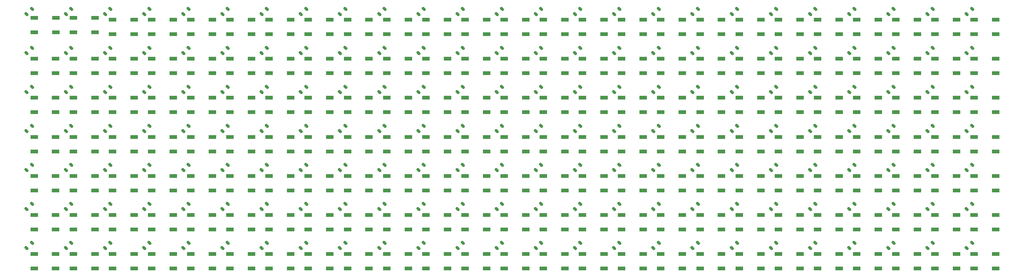
<source format=gtp>
%TF.GenerationSoftware,KiCad,Pcbnew,7.0.8*%
%TF.CreationDate,2023-11-11T14:32:32+05:30*%
%TF.ProjectId,DevBoard,44657642-6f61-4726-942e-6b696361645f,rev?*%
%TF.SameCoordinates,Original*%
%TF.FileFunction,Paste,Top*%
%TF.FilePolarity,Positive*%
%FSLAX46Y46*%
G04 Gerber Fmt 4.6, Leading zero omitted, Abs format (unit mm)*
G04 Created by KiCad (PCBNEW 7.0.8) date 2023-11-11 14:32:32*
%MOMM*%
%LPD*%
G01*
G04 APERTURE LIST*
G04 Aperture macros list*
%AMRoundRect*
0 Rectangle with rounded corners*
0 $1 Rounding radius*
0 $2 $3 $4 $5 $6 $7 $8 $9 X,Y pos of 4 corners*
0 Add a 4 corners polygon primitive as box body*
4,1,4,$2,$3,$4,$5,$6,$7,$8,$9,$2,$3,0*
0 Add four circle primitives for the rounded corners*
1,1,$1+$1,$2,$3*
1,1,$1+$1,$4,$5*
1,1,$1+$1,$6,$7*
1,1,$1+$1,$8,$9*
0 Add four rect primitives between the rounded corners*
20,1,$1+$1,$2,$3,$4,$5,0*
20,1,$1+$1,$4,$5,$6,$7,0*
20,1,$1+$1,$6,$7,$8,$9,0*
20,1,$1+$1,$8,$9,$2,$3,0*%
G04 Aperture macros list end*
%ADD10R,1.700000X0.900000*%
%ADD11RoundRect,0.158750X0.129047X-0.353553X0.353553X-0.129047X-0.129047X0.353553X-0.353553X0.129047X0*%
G04 APERTURE END LIST*
D10*
%TO.C,LED152*%
X108348800Y-170628400D03*
X108348800Y-173928400D03*
X113248800Y-173928400D03*
X113248800Y-170628400D03*
%TD*%
D11*
%TO.C,C148*%
X293547759Y-160417041D03*
X294749841Y-159214959D03*
%TD*%
%TO.C,C144*%
X257947759Y-160417041D03*
X259149841Y-159214959D03*
%TD*%
D10*
%TO.C,LED59*%
X170648800Y-135028400D03*
X170648800Y-138328400D03*
X175548800Y-138328400D03*
X175548800Y-135028400D03*
%TD*%
D11*
%TO.C,C30*%
X133347759Y-124817041D03*
X134549841Y-123614959D03*
%TD*%
D10*
%TO.C,LED111*%
X188448800Y-152828400D03*
X188448800Y-156128400D03*
X193348800Y-156128400D03*
X193348800Y-152828400D03*
%TD*%
%TO.C,LED87*%
X197348800Y-143928400D03*
X197348800Y-147228400D03*
X202248800Y-147228400D03*
X202248800Y-143928400D03*
%TD*%
%TO.C,LED70*%
X268548800Y-135028400D03*
X268548800Y-138328400D03*
X273448800Y-138328400D03*
X273448800Y-135028400D03*
%TD*%
%TO.C,LED8*%
X161748800Y-117228400D03*
X161748800Y-120528400D03*
X166648800Y-120528400D03*
X166648800Y-117228400D03*
%TD*%
D11*
%TO.C,C132*%
X151147759Y-160417041D03*
X152349841Y-159214959D03*
%TD*%
D10*
%TO.C,LED22*%
X286348800Y-117228400D03*
X286348800Y-120528400D03*
X291248800Y-120528400D03*
X291248800Y-117228400D03*
%TD*%
%TO.C,LED11*%
X188448800Y-117228400D03*
X188448800Y-120528400D03*
X193348800Y-120528400D03*
X193348800Y-117228400D03*
%TD*%
%TO.C,LED168*%
X250748800Y-170628400D03*
X250748800Y-173928400D03*
X255648800Y-173928400D03*
X255648800Y-170628400D03*
%TD*%
%TO.C,LED25*%
X313048800Y-117228400D03*
X313048800Y-120528400D03*
X317948800Y-120528400D03*
X317948800Y-117228400D03*
%TD*%
D11*
%TO.C,C150*%
X311347759Y-160417041D03*
X312549841Y-159214959D03*
%TD*%
%TO.C,C29*%
X124447759Y-124817041D03*
X125649841Y-123614959D03*
%TD*%
%TO.C,C131*%
X142247759Y-160417041D03*
X143449841Y-159214959D03*
%TD*%
D10*
%TO.C,LED66*%
X232948800Y-135028400D03*
X232948800Y-138328400D03*
X237848800Y-138328400D03*
X237848800Y-135028400D03*
%TD*%
D11*
%TO.C,C91*%
X231247759Y-142617041D03*
X232449841Y-141414959D03*
%TD*%
D10*
%TO.C,LED43*%
X250748800Y-126128400D03*
X250748800Y-129428400D03*
X255648800Y-129428400D03*
X255648800Y-126128400D03*
%TD*%
%TO.C,LED13*%
X206248800Y-117228400D03*
X206248800Y-120528400D03*
X211148800Y-120528400D03*
X211148800Y-117228400D03*
%TD*%
%TO.C,LED65*%
X224048800Y-135028400D03*
X224048800Y-138328400D03*
X228948800Y-138328400D03*
X228948800Y-135028400D03*
%TD*%
D11*
%TO.C,C80*%
X133347759Y-142617041D03*
X134549841Y-141414959D03*
%TD*%
D10*
%TO.C,LED44*%
X259648800Y-126128400D03*
X259648800Y-129428400D03*
X264548800Y-129428400D03*
X264548800Y-126128400D03*
%TD*%
D11*
%TO.C,C71*%
X275747759Y-133717041D03*
X276949841Y-132514959D03*
%TD*%
%TO.C,C96*%
X275747759Y-142617041D03*
X276949841Y-141414959D03*
%TD*%
D10*
%TO.C,LED150*%
X313048800Y-161728400D03*
X313048800Y-165028400D03*
X317948800Y-165028400D03*
X317948800Y-161728400D03*
%TD*%
D11*
%TO.C,C68*%
X249047759Y-133717041D03*
X250249841Y-132514959D03*
%TD*%
%TO.C,C125*%
X311347759Y-151517041D03*
X312549841Y-150314959D03*
%TD*%
%TO.C,C10*%
X177847759Y-115917041D03*
X179049841Y-114714959D03*
%TD*%
%TO.C,C55*%
X133347759Y-133717041D03*
X134549841Y-132514959D03*
%TD*%
%TO.C,C141*%
X231247759Y-160417041D03*
X232449841Y-159214959D03*
%TD*%
D10*
%TO.C,LED1*%
X99454800Y-116815600D03*
X99454800Y-120115600D03*
X104354800Y-120115600D03*
X104354800Y-116815600D03*
%TD*%
D11*
%TO.C,C124*%
X302447759Y-151517041D03*
X303649841Y-150314959D03*
%TD*%
%TO.C,C5*%
X133347759Y-115917041D03*
X134549841Y-114714959D03*
%TD*%
%TO.C,C3*%
X115547759Y-115917041D03*
X116749841Y-114714959D03*
%TD*%
%TO.C,C37*%
X195647759Y-124817041D03*
X196849841Y-123614959D03*
%TD*%
D10*
%TO.C,LED119*%
X259648800Y-152828400D03*
X259648800Y-156128400D03*
X264548800Y-156128400D03*
X264548800Y-152828400D03*
%TD*%
D11*
%TO.C,C151*%
X97747759Y-169317041D03*
X98949841Y-168114959D03*
%TD*%
D10*
%TO.C,LED6*%
X143948800Y-117228400D03*
X143948800Y-120528400D03*
X148848800Y-120528400D03*
X148848800Y-117228400D03*
%TD*%
D11*
%TO.C,C51*%
X97747759Y-133717041D03*
X98949841Y-132514959D03*
%TD*%
D10*
%TO.C,LED39*%
X215148800Y-126128400D03*
X215148800Y-129428400D03*
X220048800Y-129428400D03*
X220048800Y-126128400D03*
%TD*%
D11*
%TO.C,C76*%
X97747759Y-142617041D03*
X98949841Y-141414959D03*
%TD*%
D10*
%TO.C,LED55*%
X135048800Y-135028400D03*
X135048800Y-138328400D03*
X139948800Y-138328400D03*
X139948800Y-135028400D03*
%TD*%
D11*
%TO.C,C21*%
X275747759Y-115917041D03*
X276949841Y-114714959D03*
%TD*%
D10*
%TO.C,LED38*%
X206248800Y-126128400D03*
X206248800Y-129428400D03*
X211148800Y-129428400D03*
X211148800Y-126128400D03*
%TD*%
D11*
%TO.C,C59*%
X168947759Y-133717041D03*
X170149841Y-132514959D03*
%TD*%
%TO.C,C99*%
X302447759Y-142617041D03*
X303649841Y-141414959D03*
%TD*%
D10*
%TO.C,LED132*%
X152848800Y-161728400D03*
X152848800Y-165028400D03*
X157748800Y-165028400D03*
X157748800Y-161728400D03*
%TD*%
D11*
%TO.C,C52*%
X106647759Y-133717041D03*
X107849841Y-132514959D03*
%TD*%
%TO.C,C136*%
X186747759Y-160417041D03*
X187949841Y-159214959D03*
%TD*%
%TO.C,C156*%
X142247759Y-169317041D03*
X143449841Y-168114959D03*
%TD*%
%TO.C,C168*%
X249047759Y-169317041D03*
X250249841Y-168114959D03*
%TD*%
%TO.C,C90*%
X222347759Y-142617041D03*
X223549841Y-141414959D03*
%TD*%
D10*
%TO.C,LED139*%
X215148800Y-161728400D03*
X215148800Y-165028400D03*
X220048800Y-165028400D03*
X220048800Y-161728400D03*
%TD*%
%TO.C,LED74*%
X304148800Y-135028400D03*
X304148800Y-138328400D03*
X309048800Y-138328400D03*
X309048800Y-135028400D03*
%TD*%
D11*
%TO.C,C152*%
X106647759Y-169317041D03*
X107849841Y-168114959D03*
%TD*%
D10*
%TO.C,LED173*%
X295248800Y-170628400D03*
X295248800Y-173928400D03*
X300148800Y-173928400D03*
X300148800Y-170628400D03*
%TD*%
%TO.C,LED120*%
X268548800Y-152828400D03*
X268548800Y-156128400D03*
X273448800Y-156128400D03*
X273448800Y-152828400D03*
%TD*%
%TO.C,LED86*%
X188448800Y-143928400D03*
X188448800Y-147228400D03*
X193348800Y-147228400D03*
X193348800Y-143928400D03*
%TD*%
D11*
%TO.C,C143*%
X249047759Y-160417041D03*
X250249841Y-159214959D03*
%TD*%
%TO.C,C15*%
X222347759Y-115917041D03*
X223549841Y-114714959D03*
%TD*%
%TO.C,C93*%
X249047759Y-142617041D03*
X250249841Y-141414959D03*
%TD*%
D10*
%TO.C,LED10*%
X179548800Y-117228400D03*
X179548800Y-120528400D03*
X184448800Y-120528400D03*
X184448800Y-117228400D03*
%TD*%
%TO.C,LED32*%
X152848800Y-126128400D03*
X152848800Y-129428400D03*
X157748800Y-129428400D03*
X157748800Y-126128400D03*
%TD*%
%TO.C,LED107*%
X152848800Y-152828400D03*
X152848800Y-156128400D03*
X157748800Y-156128400D03*
X157748800Y-152828400D03*
%TD*%
%TO.C,LED20*%
X268548800Y-117228400D03*
X268548800Y-120528400D03*
X273448800Y-120528400D03*
X273448800Y-117228400D03*
%TD*%
%TO.C,LED92*%
X241848800Y-143928400D03*
X241848800Y-147228400D03*
X246748800Y-147228400D03*
X246748800Y-143928400D03*
%TD*%
D11*
%TO.C,C130*%
X133347759Y-160417041D03*
X134549841Y-159214959D03*
%TD*%
D10*
%TO.C,LED145*%
X268548800Y-161728400D03*
X268548800Y-165028400D03*
X273448800Y-165028400D03*
X273448800Y-161728400D03*
%TD*%
%TO.C,LED109*%
X170648800Y-152828400D03*
X170648800Y-156128400D03*
X175548800Y-156128400D03*
X175548800Y-152828400D03*
%TD*%
D11*
%TO.C,C56*%
X142247759Y-133717041D03*
X143449841Y-132514959D03*
%TD*%
D10*
%TO.C,LED155*%
X135048800Y-170628400D03*
X135048800Y-173928400D03*
X139948800Y-173928400D03*
X139948800Y-170628400D03*
%TD*%
D11*
%TO.C,C12*%
X195647759Y-115917041D03*
X196849841Y-114714959D03*
%TD*%
D10*
%TO.C,LED112*%
X197348800Y-152828400D03*
X197348800Y-156128400D03*
X202248800Y-156128400D03*
X202248800Y-152828400D03*
%TD*%
D11*
%TO.C,C160*%
X177847759Y-169317041D03*
X179049841Y-168114959D03*
%TD*%
%TO.C,C13*%
X204547759Y-115917041D03*
X205749841Y-114714959D03*
%TD*%
%TO.C,C25*%
X311347759Y-115917041D03*
X312549841Y-114714959D03*
%TD*%
%TO.C,C138*%
X204547759Y-160417041D03*
X205749841Y-159214959D03*
%TD*%
%TO.C,C32*%
X151147759Y-124817041D03*
X152349841Y-123614959D03*
%TD*%
%TO.C,C49*%
X302447759Y-124817041D03*
X303649841Y-123614959D03*
%TD*%
D10*
%TO.C,LED79*%
X126148800Y-143928400D03*
X126148800Y-147228400D03*
X131048800Y-147228400D03*
X131048800Y-143928400D03*
%TD*%
D11*
%TO.C,C116*%
X231247759Y-151517041D03*
X232449841Y-150314959D03*
%TD*%
%TO.C,C66*%
X231247759Y-133717041D03*
X232449841Y-132514959D03*
%TD*%
D10*
%TO.C,LED161*%
X188448800Y-170628400D03*
X188448800Y-173928400D03*
X193348800Y-173928400D03*
X193348800Y-170628400D03*
%TD*%
%TO.C,LED48*%
X295248800Y-126128400D03*
X295248800Y-129428400D03*
X300148800Y-129428400D03*
X300148800Y-126128400D03*
%TD*%
%TO.C,LED35*%
X179548800Y-126128400D03*
X179548800Y-129428400D03*
X184448800Y-129428400D03*
X184448800Y-126128400D03*
%TD*%
%TO.C,LED130*%
X135048800Y-161728400D03*
X135048800Y-165028400D03*
X139948800Y-165028400D03*
X139948800Y-161728400D03*
%TD*%
%TO.C,LED122*%
X286348800Y-152828400D03*
X286348800Y-156128400D03*
X291248800Y-156128400D03*
X291248800Y-152828400D03*
%TD*%
D11*
%TO.C,C83*%
X160047759Y-142617041D03*
X161249841Y-141414959D03*
%TD*%
%TO.C,C135*%
X177847759Y-160417041D03*
X179049841Y-159214959D03*
%TD*%
D10*
%TO.C,LED143*%
X250748800Y-161728400D03*
X250748800Y-165028400D03*
X255648800Y-165028400D03*
X255648800Y-161728400D03*
%TD*%
D11*
%TO.C,C22*%
X284647759Y-115917041D03*
X285849841Y-114714959D03*
%TD*%
%TO.C,C119*%
X257947759Y-151517041D03*
X259149841Y-150314959D03*
%TD*%
%TO.C,C67*%
X240147759Y-133717041D03*
X241349841Y-132514959D03*
%TD*%
D10*
%TO.C,LED149*%
X304148800Y-161728400D03*
X304148800Y-165028400D03*
X309048800Y-165028400D03*
X309048800Y-161728400D03*
%TD*%
D11*
%TO.C,C174*%
X302447759Y-169317041D03*
X303649841Y-168114959D03*
%TD*%
D10*
%TO.C,LED2*%
X108399600Y-116822000D03*
X108399600Y-120122000D03*
X113299600Y-120122000D03*
X113299600Y-116822000D03*
%TD*%
D11*
%TO.C,C122*%
X284647759Y-151517041D03*
X285849841Y-150314959D03*
%TD*%
D10*
%TO.C,LED28*%
X117248800Y-126128400D03*
X117248800Y-129428400D03*
X122148800Y-129428400D03*
X122148800Y-126128400D03*
%TD*%
%TO.C,LED146*%
X277448800Y-161728400D03*
X277448800Y-165028400D03*
X282348800Y-165028400D03*
X282348800Y-161728400D03*
%TD*%
D11*
%TO.C,C157*%
X151147759Y-169317041D03*
X152349841Y-168114959D03*
%TD*%
%TO.C,C74*%
X302447759Y-133717041D03*
X303649841Y-132514959D03*
%TD*%
D10*
%TO.C,LED52*%
X108348800Y-135028400D03*
X108348800Y-138328400D03*
X113248800Y-138328400D03*
X113248800Y-135028400D03*
%TD*%
D11*
%TO.C,C85*%
X177847759Y-142617041D03*
X179049841Y-141414959D03*
%TD*%
D10*
%TO.C,LED157*%
X152848800Y-170628400D03*
X152848800Y-173928400D03*
X157748800Y-173928400D03*
X157748800Y-170628400D03*
%TD*%
%TO.C,LED90*%
X224048800Y-143928400D03*
X224048800Y-147228400D03*
X228948800Y-147228400D03*
X228948800Y-143928400D03*
%TD*%
D11*
%TO.C,C147*%
X284647759Y-160417041D03*
X285849841Y-159214959D03*
%TD*%
D10*
%TO.C,LED15*%
X224048800Y-117228400D03*
X224048800Y-120528400D03*
X228948800Y-120528400D03*
X228948800Y-117228400D03*
%TD*%
%TO.C,LED108*%
X161748800Y-152828400D03*
X161748800Y-156128400D03*
X166648800Y-156128400D03*
X166648800Y-152828400D03*
%TD*%
D11*
%TO.C,C24*%
X302447759Y-115917041D03*
X303649841Y-114714959D03*
%TD*%
D10*
%TO.C,LED58*%
X161748800Y-135028400D03*
X161748800Y-138328400D03*
X166648800Y-138328400D03*
X166648800Y-135028400D03*
%TD*%
%TO.C,LED115*%
X224048800Y-152828400D03*
X224048800Y-156128400D03*
X228948800Y-156128400D03*
X228948800Y-152828400D03*
%TD*%
D11*
%TO.C,C75*%
X311347759Y-133717041D03*
X312549841Y-132514959D03*
%TD*%
%TO.C,C44*%
X257947759Y-124817041D03*
X259149841Y-123614959D03*
%TD*%
%TO.C,C123*%
X293547759Y-151517041D03*
X294749841Y-150314959D03*
%TD*%
%TO.C,C161*%
X186747759Y-169317041D03*
X187949841Y-168114959D03*
%TD*%
%TO.C,C45*%
X266847759Y-124817041D03*
X268049841Y-123614959D03*
%TD*%
%TO.C,C105*%
X133347759Y-151517041D03*
X134549841Y-150314959D03*
%TD*%
D10*
%TO.C,LED34*%
X170648800Y-126128400D03*
X170648800Y-129428400D03*
X175548800Y-129428400D03*
X175548800Y-126128400D03*
%TD*%
%TO.C,LED160*%
X179548800Y-170628400D03*
X179548800Y-173928400D03*
X184448800Y-173928400D03*
X184448800Y-170628400D03*
%TD*%
%TO.C,LED53*%
X117248800Y-135028400D03*
X117248800Y-138328400D03*
X122148800Y-138328400D03*
X122148800Y-135028400D03*
%TD*%
%TO.C,LED19*%
X259648800Y-117228400D03*
X259648800Y-120528400D03*
X264548800Y-120528400D03*
X264548800Y-117228400D03*
%TD*%
D11*
%TO.C,C158*%
X160047759Y-169317041D03*
X161249841Y-168114959D03*
%TD*%
%TO.C,C86*%
X186747759Y-142617041D03*
X187949841Y-141414959D03*
%TD*%
D10*
%TO.C,LED99*%
X304148800Y-143928400D03*
X304148800Y-147228400D03*
X309048800Y-147228400D03*
X309048800Y-143928400D03*
%TD*%
%TO.C,LED125*%
X313048800Y-152828400D03*
X313048800Y-156128400D03*
X317948800Y-156128400D03*
X317948800Y-152828400D03*
%TD*%
D11*
%TO.C,C127*%
X106647759Y-160417041D03*
X107849841Y-159214959D03*
%TD*%
%TO.C,C134*%
X168947759Y-160417041D03*
X170149841Y-159214959D03*
%TD*%
D10*
%TO.C,LED163*%
X206248800Y-170628400D03*
X206248800Y-173928400D03*
X211148800Y-173928400D03*
X211148800Y-170628400D03*
%TD*%
%TO.C,LED134*%
X170648800Y-161728400D03*
X170648800Y-165028400D03*
X175548800Y-165028400D03*
X175548800Y-161728400D03*
%TD*%
D11*
%TO.C,C41*%
X231247759Y-124817041D03*
X232449841Y-123614959D03*
%TD*%
D10*
%TO.C,LED67*%
X241848800Y-135028400D03*
X241848800Y-138328400D03*
X246748800Y-138328400D03*
X246748800Y-135028400D03*
%TD*%
D11*
%TO.C,C65*%
X222347759Y-133717041D03*
X223549841Y-132514959D03*
%TD*%
%TO.C,C42*%
X240147759Y-124817041D03*
X241349841Y-123614959D03*
%TD*%
%TO.C,C140*%
X222347759Y-160417041D03*
X223549841Y-159214959D03*
%TD*%
%TO.C,C142*%
X240147759Y-160417041D03*
X241349841Y-159214959D03*
%TD*%
D10*
%TO.C,LED116*%
X232948800Y-152828400D03*
X232948800Y-156128400D03*
X237848800Y-156128400D03*
X237848800Y-152828400D03*
%TD*%
%TO.C,LED75*%
X313048800Y-135028400D03*
X313048800Y-138328400D03*
X317948800Y-138328400D03*
X317948800Y-135028400D03*
%TD*%
D11*
%TO.C,C163*%
X204547759Y-169317041D03*
X205749841Y-168114959D03*
%TD*%
D10*
%TO.C,LED96*%
X277448800Y-143928400D03*
X277448800Y-147228400D03*
X282348800Y-147228400D03*
X282348800Y-143928400D03*
%TD*%
%TO.C,LED93*%
X250748800Y-143928400D03*
X250748800Y-147228400D03*
X255648800Y-147228400D03*
X255648800Y-143928400D03*
%TD*%
%TO.C,LED123*%
X295248800Y-152828400D03*
X295248800Y-156128400D03*
X300148800Y-156128400D03*
X300148800Y-152828400D03*
%TD*%
D11*
%TO.C,C94*%
X257947759Y-142617041D03*
X259149841Y-141414959D03*
%TD*%
D10*
%TO.C,LED5*%
X135048800Y-117228400D03*
X135048800Y-120528400D03*
X139948800Y-120528400D03*
X139948800Y-117228400D03*
%TD*%
%TO.C,LED37*%
X197348800Y-126128400D03*
X197348800Y-129428400D03*
X202248800Y-129428400D03*
X202248800Y-126128400D03*
%TD*%
%TO.C,LED33*%
X161748800Y-126128400D03*
X161748800Y-129428400D03*
X166648800Y-129428400D03*
X166648800Y-126128400D03*
%TD*%
D11*
%TO.C,C97*%
X284647759Y-142617041D03*
X285849841Y-141414959D03*
%TD*%
%TO.C,C19*%
X257947759Y-115917041D03*
X259149841Y-114714959D03*
%TD*%
%TO.C,C133*%
X160047759Y-160417041D03*
X161249841Y-159214959D03*
%TD*%
D10*
%TO.C,LED50*%
X313048800Y-126128400D03*
X313048800Y-129428400D03*
X317948800Y-129428400D03*
X317948800Y-126128400D03*
%TD*%
D11*
%TO.C,C70*%
X266847759Y-133717041D03*
X268049841Y-132514959D03*
%TD*%
D10*
%TO.C,LED47*%
X286348800Y-126128400D03*
X286348800Y-129428400D03*
X291248800Y-129428400D03*
X291248800Y-126128400D03*
%TD*%
D11*
%TO.C,C171*%
X275747759Y-169317041D03*
X276949841Y-168114959D03*
%TD*%
D10*
%TO.C,LED101*%
X99448800Y-152828400D03*
X99448800Y-156128400D03*
X104348800Y-156128400D03*
X104348800Y-152828400D03*
%TD*%
%TO.C,LED85*%
X179548800Y-143928400D03*
X179548800Y-147228400D03*
X184448800Y-147228400D03*
X184448800Y-143928400D03*
%TD*%
D11*
%TO.C,C4*%
X124447759Y-115917041D03*
X125649841Y-114714959D03*
%TD*%
%TO.C,C149*%
X302447759Y-160417041D03*
X303649841Y-159214959D03*
%TD*%
%TO.C,C169*%
X257947759Y-169317041D03*
X259149841Y-168114959D03*
%TD*%
D10*
%TO.C,LED56*%
X143948800Y-135028400D03*
X143948800Y-138328400D03*
X148848800Y-138328400D03*
X148848800Y-135028400D03*
%TD*%
D11*
%TO.C,C154*%
X124447759Y-169317041D03*
X125649841Y-168114959D03*
%TD*%
D10*
%TO.C,LED60*%
X179548800Y-135028400D03*
X179548800Y-138328400D03*
X184448800Y-138328400D03*
X184448800Y-135028400D03*
%TD*%
%TO.C,LED17*%
X241848800Y-117228400D03*
X241848800Y-120528400D03*
X246748800Y-120528400D03*
X246748800Y-117228400D03*
%TD*%
D11*
%TO.C,C43*%
X249047759Y-124817041D03*
X250249841Y-123614959D03*
%TD*%
D10*
%TO.C,LED57*%
X152848800Y-135028400D03*
X152848800Y-138328400D03*
X157748800Y-138328400D03*
X157748800Y-135028400D03*
%TD*%
%TO.C,LED106*%
X143948800Y-152828400D03*
X143948800Y-156128400D03*
X148848800Y-156128400D03*
X148848800Y-152828400D03*
%TD*%
D11*
%TO.C,C117*%
X240147759Y-151517041D03*
X241349841Y-150314959D03*
%TD*%
%TO.C,C57*%
X151147759Y-133717041D03*
X152349841Y-132514959D03*
%TD*%
%TO.C,C137*%
X195647759Y-160417041D03*
X196849841Y-159214959D03*
%TD*%
%TO.C,C36*%
X186747759Y-124817041D03*
X187949841Y-123614959D03*
%TD*%
%TO.C,C7*%
X151147759Y-115917041D03*
X152349841Y-114714959D03*
%TD*%
%TO.C,C6*%
X142247759Y-115917041D03*
X143449841Y-114714959D03*
%TD*%
%TO.C,C18*%
X249047759Y-115917041D03*
X250249841Y-114714959D03*
%TD*%
%TO.C,C121*%
X275747759Y-151517041D03*
X276949841Y-150314959D03*
%TD*%
%TO.C,C101*%
X97747759Y-151517041D03*
X98949841Y-150314959D03*
%TD*%
D10*
%TO.C,LED49*%
X304148800Y-126128400D03*
X304148800Y-129428400D03*
X309048800Y-129428400D03*
X309048800Y-126128400D03*
%TD*%
%TO.C,LED36*%
X188448800Y-126128400D03*
X188448800Y-129428400D03*
X193348800Y-129428400D03*
X193348800Y-126128400D03*
%TD*%
%TO.C,LED135*%
X179548800Y-161728400D03*
X179548800Y-165028400D03*
X184448800Y-165028400D03*
X184448800Y-161728400D03*
%TD*%
D11*
%TO.C,C31*%
X142247759Y-124817041D03*
X143449841Y-123614959D03*
%TD*%
%TO.C,C162*%
X195647759Y-169317041D03*
X196849841Y-168114959D03*
%TD*%
%TO.C,C53*%
X115547759Y-133717041D03*
X116749841Y-132514959D03*
%TD*%
D10*
%TO.C,LED118*%
X250748800Y-152828400D03*
X250748800Y-156128400D03*
X255648800Y-156128400D03*
X255648800Y-152828400D03*
%TD*%
D11*
%TO.C,C1*%
X97747759Y-115917041D03*
X98949841Y-114714959D03*
%TD*%
D10*
%TO.C,LED98*%
X295248800Y-143928400D03*
X295248800Y-147228400D03*
X300148800Y-147228400D03*
X300148800Y-143928400D03*
%TD*%
D11*
%TO.C,C39*%
X213447759Y-124817041D03*
X214649841Y-123614959D03*
%TD*%
D10*
%TO.C,LED54*%
X126148800Y-135028400D03*
X126148800Y-138328400D03*
X131048800Y-138328400D03*
X131048800Y-135028400D03*
%TD*%
D11*
%TO.C,C28*%
X115547759Y-124817041D03*
X116749841Y-123614959D03*
%TD*%
D10*
%TO.C,LED103*%
X117248800Y-152828400D03*
X117248800Y-156128400D03*
X122148800Y-156128400D03*
X122148800Y-152828400D03*
%TD*%
D11*
%TO.C,C9*%
X168947759Y-115917041D03*
X170149841Y-114714959D03*
%TD*%
%TO.C,C173*%
X293547759Y-169317041D03*
X294749841Y-168114959D03*
%TD*%
D10*
%TO.C,LED29*%
X126148800Y-126128400D03*
X126148800Y-129428400D03*
X131048800Y-129428400D03*
X131048800Y-126128400D03*
%TD*%
D11*
%TO.C,C102*%
X106647759Y-151517041D03*
X107849841Y-150314959D03*
%TD*%
%TO.C,C115*%
X222347759Y-151517041D03*
X223549841Y-150314959D03*
%TD*%
%TO.C,C172*%
X284647759Y-169317041D03*
X285849841Y-168114959D03*
%TD*%
D10*
%TO.C,LED94*%
X259648800Y-143928400D03*
X259648800Y-147228400D03*
X264548800Y-147228400D03*
X264548800Y-143928400D03*
%TD*%
%TO.C,LED4*%
X126148800Y-117228400D03*
X126148800Y-120528400D03*
X131048800Y-120528400D03*
X131048800Y-117228400D03*
%TD*%
%TO.C,LED16*%
X232948800Y-117228400D03*
X232948800Y-120528400D03*
X237848800Y-120528400D03*
X237848800Y-117228400D03*
%TD*%
%TO.C,LED89*%
X215148800Y-143928400D03*
X215148800Y-147228400D03*
X220048800Y-147228400D03*
X220048800Y-143928400D03*
%TD*%
D11*
%TO.C,C46*%
X275747759Y-124817041D03*
X276949841Y-123614959D03*
%TD*%
%TO.C,C170*%
X266847759Y-169317041D03*
X268049841Y-168114959D03*
%TD*%
%TO.C,C69*%
X257947759Y-133717041D03*
X259149841Y-132514959D03*
%TD*%
%TO.C,C89*%
X213447759Y-142617041D03*
X214649841Y-141414959D03*
%TD*%
D10*
%TO.C,LED81*%
X143948800Y-143928400D03*
X143948800Y-147228400D03*
X148848800Y-147228400D03*
X148848800Y-143928400D03*
%TD*%
D11*
%TO.C,C110*%
X177847759Y-151517041D03*
X179049841Y-150314959D03*
%TD*%
%TO.C,C26*%
X97747759Y-124817041D03*
X98949841Y-123614959D03*
%TD*%
D10*
%TO.C,LED110*%
X179548800Y-152828400D03*
X179548800Y-156128400D03*
X184448800Y-156128400D03*
X184448800Y-152828400D03*
%TD*%
D11*
%TO.C,C35*%
X177847759Y-124817041D03*
X179049841Y-123614959D03*
%TD*%
%TO.C,C92*%
X240147759Y-142617041D03*
X241349841Y-141414959D03*
%TD*%
%TO.C,C11*%
X186747759Y-115917041D03*
X187949841Y-114714959D03*
%TD*%
D10*
%TO.C,LED128*%
X117248800Y-161728400D03*
X117248800Y-165028400D03*
X122148800Y-165028400D03*
X122148800Y-161728400D03*
%TD*%
%TO.C,LED12*%
X197348800Y-117228400D03*
X197348800Y-120528400D03*
X202248800Y-120528400D03*
X202248800Y-117228400D03*
%TD*%
D11*
%TO.C,C166*%
X231247759Y-169317041D03*
X232449841Y-168114959D03*
%TD*%
%TO.C,C98*%
X293547759Y-142617041D03*
X294749841Y-141414959D03*
%TD*%
D10*
%TO.C,LED172*%
X286348800Y-170628400D03*
X286348800Y-173928400D03*
X291248800Y-173928400D03*
X291248800Y-170628400D03*
%TD*%
D11*
%TO.C,C17*%
X240147759Y-115917041D03*
X241349841Y-114714959D03*
%TD*%
D10*
%TO.C,LED142*%
X241848800Y-161728400D03*
X241848800Y-165028400D03*
X246748800Y-165028400D03*
X246748800Y-161728400D03*
%TD*%
%TO.C,LED88*%
X206248800Y-143928400D03*
X206248800Y-147228400D03*
X211148800Y-147228400D03*
X211148800Y-143928400D03*
%TD*%
%TO.C,LED169*%
X259648800Y-170628400D03*
X259648800Y-173928400D03*
X264548800Y-173928400D03*
X264548800Y-170628400D03*
%TD*%
%TO.C,LED84*%
X170648800Y-143928400D03*
X170648800Y-147228400D03*
X175548800Y-147228400D03*
X175548800Y-143928400D03*
%TD*%
%TO.C,LED164*%
X220048800Y-170628400D03*
X220048800Y-173928400D03*
X215148800Y-173928400D03*
X215148800Y-170628400D03*
%TD*%
%TO.C,LED133*%
X161748800Y-161728400D03*
X161748800Y-165028400D03*
X166648800Y-165028400D03*
X166648800Y-161728400D03*
%TD*%
%TO.C,LED69*%
X259648800Y-135028400D03*
X259648800Y-138328400D03*
X264548800Y-138328400D03*
X264548800Y-135028400D03*
%TD*%
%TO.C,LED140*%
X224048800Y-161728400D03*
X224048800Y-165028400D03*
X228948800Y-165028400D03*
X228948800Y-161728400D03*
%TD*%
D11*
%TO.C,C109*%
X168947759Y-151517041D03*
X170149841Y-150314959D03*
%TD*%
D10*
%TO.C,LED78*%
X117248800Y-143928400D03*
X117248800Y-147228400D03*
X122148800Y-147228400D03*
X122148800Y-143928400D03*
%TD*%
%TO.C,LED154*%
X126148800Y-170628400D03*
X126148800Y-173928400D03*
X131048800Y-173928400D03*
X131048800Y-170628400D03*
%TD*%
%TO.C,LED68*%
X250748800Y-135028400D03*
X250748800Y-138328400D03*
X255648800Y-138328400D03*
X255648800Y-135028400D03*
%TD*%
D11*
%TO.C,C73*%
X293547759Y-133717041D03*
X294749841Y-132514959D03*
%TD*%
%TO.C,C167*%
X240147759Y-169317041D03*
X241349841Y-168114959D03*
%TD*%
D10*
%TO.C,LED131*%
X143948800Y-161728400D03*
X143948800Y-165028400D03*
X148848800Y-165028400D03*
X148848800Y-161728400D03*
%TD*%
D11*
%TO.C,C126*%
X97747759Y-160417041D03*
X98949841Y-159214959D03*
%TD*%
D10*
%TO.C,LED80*%
X135048800Y-143928400D03*
X135048800Y-147228400D03*
X139948800Y-147228400D03*
X139948800Y-143928400D03*
%TD*%
D11*
%TO.C,C106*%
X142247759Y-151517041D03*
X143449841Y-150314959D03*
%TD*%
D10*
%TO.C,LED105*%
X135048800Y-152828400D03*
X135048800Y-156128400D03*
X139948800Y-156128400D03*
X139948800Y-152828400D03*
%TD*%
D11*
%TO.C,C84*%
X168947759Y-142617041D03*
X170149841Y-141414959D03*
%TD*%
%TO.C,C155*%
X133347759Y-169317041D03*
X134549841Y-168114959D03*
%TD*%
D10*
%TO.C,LED71*%
X277448800Y-135028400D03*
X277448800Y-138328400D03*
X282348800Y-138328400D03*
X282348800Y-135028400D03*
%TD*%
D11*
%TO.C,C112*%
X195647759Y-151517041D03*
X196849841Y-150314959D03*
%TD*%
D10*
%TO.C,LED147*%
X286348800Y-161728400D03*
X286348800Y-165028400D03*
X291248800Y-165028400D03*
X291248800Y-161728400D03*
%TD*%
D11*
%TO.C,C100*%
X311347759Y-142617041D03*
X312549841Y-141414959D03*
%TD*%
%TO.C,C34*%
X168947759Y-124817041D03*
X170149841Y-123614959D03*
%TD*%
D10*
%TO.C,LED18*%
X250748800Y-117228400D03*
X250748800Y-120528400D03*
X255648800Y-120528400D03*
X255648800Y-117228400D03*
%TD*%
%TO.C,LED153*%
X117248800Y-170628400D03*
X117248800Y-173928400D03*
X122148800Y-173928400D03*
X122148800Y-170628400D03*
%TD*%
D11*
%TO.C,C40*%
X222347759Y-124817041D03*
X223549841Y-123614959D03*
%TD*%
%TO.C,C120*%
X266847759Y-151517041D03*
X268049841Y-150314959D03*
%TD*%
D10*
%TO.C,LED83*%
X161748800Y-143928400D03*
X161748800Y-147228400D03*
X166648800Y-147228400D03*
X166648800Y-143928400D03*
%TD*%
%TO.C,LED73*%
X295248800Y-135028400D03*
X295248800Y-138328400D03*
X300148800Y-138328400D03*
X300148800Y-135028400D03*
%TD*%
%TO.C,LED138*%
X206248800Y-161728400D03*
X206248800Y-165028400D03*
X211148800Y-165028400D03*
X211148800Y-161728400D03*
%TD*%
D11*
%TO.C,C128*%
X115547759Y-160417041D03*
X116749841Y-159214959D03*
%TD*%
%TO.C,C8*%
X160047759Y-115917041D03*
X161249841Y-114714959D03*
%TD*%
%TO.C,C2*%
X106647759Y-115917041D03*
X107849841Y-114714959D03*
%TD*%
%TO.C,C82*%
X151147759Y-142617041D03*
X152349841Y-141414959D03*
%TD*%
D10*
%TO.C,LED30*%
X135048800Y-126128400D03*
X135048800Y-129428400D03*
X139948800Y-129428400D03*
X139948800Y-126128400D03*
%TD*%
%TO.C,LED31*%
X143948800Y-126128400D03*
X143948800Y-129428400D03*
X148848800Y-129428400D03*
X148848800Y-126128400D03*
%TD*%
D11*
%TO.C,C88*%
X204547759Y-142617041D03*
X205749841Y-141414959D03*
%TD*%
%TO.C,C38*%
X204547759Y-124817041D03*
X205749841Y-123614959D03*
%TD*%
D10*
%TO.C,LED126*%
X99448800Y-161728400D03*
X99448800Y-165028400D03*
X104348800Y-165028400D03*
X104348800Y-161728400D03*
%TD*%
D11*
%TO.C,C104*%
X124447759Y-151517041D03*
X125649841Y-150314959D03*
%TD*%
%TO.C,C103*%
X115547759Y-151517041D03*
X116749841Y-150314959D03*
%TD*%
%TO.C,C175*%
X311347759Y-169317041D03*
X312549841Y-168114959D03*
%TD*%
D10*
%TO.C,LED136*%
X188448800Y-161728400D03*
X188448800Y-165028400D03*
X193348800Y-165028400D03*
X193348800Y-161728400D03*
%TD*%
%TO.C,LED117*%
X241848800Y-152828400D03*
X241848800Y-156128400D03*
X246748800Y-156128400D03*
X246748800Y-152828400D03*
%TD*%
%TO.C,LED82*%
X152848800Y-143928400D03*
X152848800Y-147228400D03*
X157748800Y-147228400D03*
X157748800Y-143928400D03*
%TD*%
%TO.C,LED121*%
X277448800Y-152828400D03*
X277448800Y-156128400D03*
X282348800Y-156128400D03*
X282348800Y-152828400D03*
%TD*%
%TO.C,LED77*%
X108348800Y-143928400D03*
X108348800Y-147228400D03*
X113248800Y-147228400D03*
X113248800Y-143928400D03*
%TD*%
%TO.C,LED9*%
X170648800Y-117228400D03*
X170648800Y-120528400D03*
X175548800Y-120528400D03*
X175548800Y-117228400D03*
%TD*%
D11*
%TO.C,C60*%
X177847759Y-133717041D03*
X179049841Y-132514959D03*
%TD*%
%TO.C,C145*%
X266847759Y-160417041D03*
X268049841Y-159214959D03*
%TD*%
D10*
%TO.C,LED144*%
X259648800Y-161728400D03*
X259648800Y-165028400D03*
X264548800Y-165028400D03*
X264548800Y-161728400D03*
%TD*%
D11*
%TO.C,C79*%
X124447759Y-142617041D03*
X125649841Y-141414959D03*
%TD*%
%TO.C,C16*%
X231247759Y-115917041D03*
X232449841Y-114714959D03*
%TD*%
D10*
%TO.C,LED175*%
X313048800Y-170628400D03*
X313048800Y-173928400D03*
X317948800Y-173928400D03*
X317948800Y-170628400D03*
%TD*%
D11*
%TO.C,C113*%
X204547759Y-151517041D03*
X205749841Y-150314959D03*
%TD*%
D10*
%TO.C,LED151*%
X99448800Y-170628400D03*
X99448800Y-173928400D03*
X104348800Y-173928400D03*
X104348800Y-170628400D03*
%TD*%
%TO.C,LED51*%
X99448800Y-135028400D03*
X99448800Y-138328400D03*
X104348800Y-138328400D03*
X104348800Y-135028400D03*
%TD*%
D11*
%TO.C,C61*%
X186747759Y-133717041D03*
X187949841Y-132514959D03*
%TD*%
%TO.C,C87*%
X195647759Y-142617041D03*
X196849841Y-141414959D03*
%TD*%
%TO.C,C47*%
X284647759Y-124817041D03*
X285849841Y-123614959D03*
%TD*%
D10*
%TO.C,LED171*%
X277448800Y-170628400D03*
X277448800Y-173928400D03*
X282348800Y-173928400D03*
X282348800Y-170628400D03*
%TD*%
D11*
%TO.C,C107*%
X151147759Y-151517041D03*
X152349841Y-150314959D03*
%TD*%
D10*
%TO.C,LED165*%
X224048800Y-170628400D03*
X224048800Y-173928400D03*
X228948800Y-173928400D03*
X228948800Y-170628400D03*
%TD*%
%TO.C,LED156*%
X143948800Y-170628400D03*
X143948800Y-173928400D03*
X148848800Y-173928400D03*
X148848800Y-170628400D03*
%TD*%
%TO.C,LED41*%
X232948800Y-126128400D03*
X232948800Y-129428400D03*
X237848800Y-129428400D03*
X237848800Y-126128400D03*
%TD*%
D11*
%TO.C,C54*%
X124447759Y-133717041D03*
X125649841Y-132514959D03*
%TD*%
D10*
%TO.C,LED166*%
X232948800Y-170628400D03*
X232948800Y-173928400D03*
X237848800Y-173928400D03*
X237848800Y-170628400D03*
%TD*%
D11*
%TO.C,C129*%
X124447759Y-160417041D03*
X125649841Y-159214959D03*
%TD*%
D10*
%TO.C,LED141*%
X232948800Y-161728400D03*
X232948800Y-165028400D03*
X237848800Y-165028400D03*
X237848800Y-161728400D03*
%TD*%
D11*
%TO.C,C114*%
X213447759Y-151517041D03*
X214649841Y-150314959D03*
%TD*%
D10*
%TO.C,LED72*%
X286348800Y-135028400D03*
X286348800Y-138328400D03*
X291248800Y-138328400D03*
X291248800Y-135028400D03*
%TD*%
D11*
%TO.C,C27*%
X106647759Y-124817041D03*
X107849841Y-123614959D03*
%TD*%
D10*
%TO.C,LED148*%
X295248800Y-161728400D03*
X295248800Y-165028400D03*
X300148800Y-165028400D03*
X300148800Y-161728400D03*
%TD*%
D11*
%TO.C,C81*%
X142247759Y-142617041D03*
X143449841Y-141414959D03*
%TD*%
D10*
%TO.C,LED64*%
X215148800Y-135028400D03*
X215148800Y-138328400D03*
X220048800Y-138328400D03*
X220048800Y-135028400D03*
%TD*%
%TO.C,LED127*%
X108348800Y-161728400D03*
X108348800Y-165028400D03*
X113248800Y-165028400D03*
X113248800Y-161728400D03*
%TD*%
D11*
%TO.C,C153*%
X115547759Y-169317041D03*
X116749841Y-168114959D03*
%TD*%
D10*
%TO.C,LED7*%
X152848800Y-117228400D03*
X152848800Y-120528400D03*
X157748800Y-120528400D03*
X157748800Y-117228400D03*
%TD*%
D11*
%TO.C,C165*%
X222347759Y-169317041D03*
X223549841Y-168114959D03*
%TD*%
D10*
%TO.C,LED45*%
X268548800Y-126128400D03*
X268548800Y-129428400D03*
X273448800Y-129428400D03*
X273448800Y-126128400D03*
%TD*%
D11*
%TO.C,C159*%
X168947759Y-169317041D03*
X170149841Y-168114959D03*
%TD*%
D10*
%TO.C,LED23*%
X295248800Y-117228400D03*
X295248800Y-120528400D03*
X300148800Y-120528400D03*
X300148800Y-117228400D03*
%TD*%
%TO.C,LED14*%
X215148800Y-117228400D03*
X215148800Y-120528400D03*
X220048800Y-120528400D03*
X220048800Y-117228400D03*
%TD*%
%TO.C,LED95*%
X268548800Y-143928400D03*
X268548800Y-147228400D03*
X273448800Y-147228400D03*
X273448800Y-143928400D03*
%TD*%
%TO.C,LED97*%
X286348800Y-143928400D03*
X286348800Y-147228400D03*
X291248800Y-147228400D03*
X291248800Y-143928400D03*
%TD*%
%TO.C,LED162*%
X197348800Y-170628400D03*
X197348800Y-173928400D03*
X202248800Y-173928400D03*
X202248800Y-170628400D03*
%TD*%
%TO.C,LED24*%
X304148800Y-117228400D03*
X304148800Y-120528400D03*
X309048800Y-120528400D03*
X309048800Y-117228400D03*
%TD*%
D11*
%TO.C,C95*%
X266847759Y-142617041D03*
X268049841Y-141414959D03*
%TD*%
D10*
%TO.C,LED46*%
X277448800Y-126128400D03*
X277448800Y-129428400D03*
X282348800Y-129428400D03*
X282348800Y-126128400D03*
%TD*%
D11*
%TO.C,C118*%
X249047759Y-151517041D03*
X250249841Y-150314959D03*
%TD*%
D10*
%TO.C,LED170*%
X268548800Y-170628400D03*
X268548800Y-173928400D03*
X273448800Y-173928400D03*
X273448800Y-170628400D03*
%TD*%
%TO.C,LED104*%
X126148800Y-152828400D03*
X126148800Y-156128400D03*
X131048800Y-156128400D03*
X131048800Y-152828400D03*
%TD*%
%TO.C,LED21*%
X277448800Y-117228400D03*
X277448800Y-120528400D03*
X282348800Y-120528400D03*
X282348800Y-117228400D03*
%TD*%
D11*
%TO.C,C77*%
X106647759Y-142617041D03*
X107849841Y-141414959D03*
%TD*%
D10*
%TO.C,LED102*%
X108348800Y-152828400D03*
X108348800Y-156128400D03*
X113248800Y-156128400D03*
X113248800Y-152828400D03*
%TD*%
D11*
%TO.C,C58*%
X160047759Y-133717041D03*
X161249841Y-132514959D03*
%TD*%
D10*
%TO.C,LED167*%
X241848800Y-170628400D03*
X241848800Y-173928400D03*
X246748800Y-173928400D03*
X246748800Y-170628400D03*
%TD*%
%TO.C,LED124*%
X304148800Y-152828400D03*
X304148800Y-156128400D03*
X309048800Y-156128400D03*
X309048800Y-152828400D03*
%TD*%
%TO.C,LED61*%
X188448800Y-135028400D03*
X188448800Y-138328400D03*
X193348800Y-138328400D03*
X193348800Y-135028400D03*
%TD*%
D11*
%TO.C,C14*%
X213447759Y-115917041D03*
X214649841Y-114714959D03*
%TD*%
D10*
%TO.C,LED40*%
X224048800Y-126128400D03*
X224048800Y-129428400D03*
X228948800Y-129428400D03*
X228948800Y-126128400D03*
%TD*%
%TO.C,LED91*%
X232948800Y-143928400D03*
X232948800Y-147228400D03*
X237848800Y-147228400D03*
X237848800Y-143928400D03*
%TD*%
D11*
%TO.C,C139*%
X213447759Y-160417041D03*
X214649841Y-159214959D03*
%TD*%
D10*
%TO.C,LED3*%
X117248800Y-117228400D03*
X117248800Y-120528400D03*
X122148800Y-120528400D03*
X122148800Y-117228400D03*
%TD*%
%TO.C,LED137*%
X197348800Y-161728400D03*
X197348800Y-165028400D03*
X202248800Y-165028400D03*
X202248800Y-161728400D03*
%TD*%
%TO.C,LED129*%
X126148800Y-161728400D03*
X126148800Y-165028400D03*
X131048800Y-165028400D03*
X131048800Y-161728400D03*
%TD*%
D11*
%TO.C,C20*%
X266847759Y-115917041D03*
X268049841Y-114714959D03*
%TD*%
D10*
%TO.C,LED100*%
X313048800Y-143928400D03*
X313048800Y-147228400D03*
X317948800Y-147228400D03*
X317948800Y-143928400D03*
%TD*%
D11*
%TO.C,C108*%
X160047759Y-151517041D03*
X161249841Y-150314959D03*
%TD*%
%TO.C,C111*%
X186747759Y-151517041D03*
X187949841Y-150314959D03*
%TD*%
D10*
%TO.C,LED174*%
X304148800Y-170628400D03*
X304148800Y-173928400D03*
X309048800Y-173928400D03*
X309048800Y-170628400D03*
%TD*%
%TO.C,LED27*%
X108348800Y-126128400D03*
X108348800Y-129428400D03*
X113248800Y-129428400D03*
X113248800Y-126128400D03*
%TD*%
D11*
%TO.C,C62*%
X195647759Y-133717041D03*
X196849841Y-132514959D03*
%TD*%
%TO.C,C78*%
X115547759Y-142617041D03*
X116749841Y-141414959D03*
%TD*%
D10*
%TO.C,LED26*%
X99448800Y-126128400D03*
X99448800Y-129428400D03*
X104348800Y-129428400D03*
X104348800Y-126128400D03*
%TD*%
%TO.C,LED159*%
X170648800Y-170628400D03*
X170648800Y-173928400D03*
X175548800Y-173928400D03*
X175548800Y-170628400D03*
%TD*%
D11*
%TO.C,C72*%
X284647759Y-133717041D03*
X285849841Y-132514959D03*
%TD*%
%TO.C,C33*%
X160047759Y-124817041D03*
X161249841Y-123614959D03*
%TD*%
%TO.C,C50*%
X311347759Y-124817041D03*
X312549841Y-123614959D03*
%TD*%
D10*
%TO.C,LED158*%
X161748800Y-170628400D03*
X161748800Y-173928400D03*
X166648800Y-173928400D03*
X166648800Y-170628400D03*
%TD*%
D11*
%TO.C,C63*%
X204547759Y-133717041D03*
X205749841Y-132514959D03*
%TD*%
D10*
%TO.C,LED62*%
X197348800Y-135028400D03*
X197348800Y-138328400D03*
X202248800Y-138328400D03*
X202248800Y-135028400D03*
%TD*%
D11*
%TO.C,C164*%
X213447759Y-169317041D03*
X214649841Y-168114959D03*
%TD*%
%TO.C,C23*%
X293547759Y-115917041D03*
X294749841Y-114714959D03*
%TD*%
D10*
%TO.C,LED42*%
X241848800Y-126128400D03*
X241848800Y-129428400D03*
X246748800Y-129428400D03*
X246748800Y-126128400D03*
%TD*%
%TO.C,LED114*%
X215148800Y-152828400D03*
X215148800Y-156128400D03*
X220048800Y-156128400D03*
X220048800Y-152828400D03*
%TD*%
%TO.C,LED63*%
X206248800Y-135028400D03*
X206248800Y-138328400D03*
X211148800Y-138328400D03*
X211148800Y-135028400D03*
%TD*%
%TO.C,LED113*%
X206248800Y-152828400D03*
X206248800Y-156128400D03*
X211148800Y-156128400D03*
X211148800Y-152828400D03*
%TD*%
D11*
%TO.C,C48*%
X293547759Y-124817041D03*
X294749841Y-123614959D03*
%TD*%
D10*
%TO.C,LED76*%
X99448800Y-143928400D03*
X99448800Y-147228400D03*
X104348800Y-147228400D03*
X104348800Y-143928400D03*
%TD*%
D11*
%TO.C,C64*%
X213447759Y-133717041D03*
X214649841Y-132514959D03*
%TD*%
%TO.C,C146*%
X275747759Y-160417041D03*
X276949841Y-159214959D03*
%TD*%
M02*

</source>
